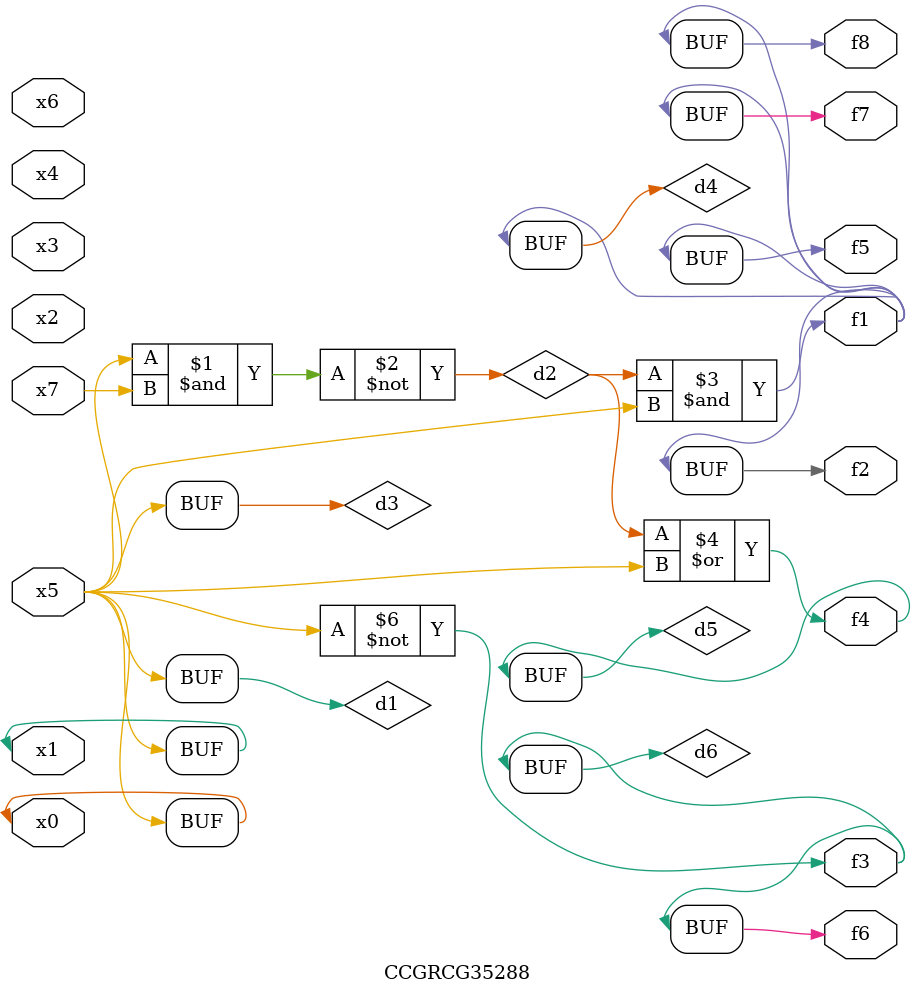
<source format=v>
module CCGRCG35288(
	input x0, x1, x2, x3, x4, x5, x6, x7,
	output f1, f2, f3, f4, f5, f6, f7, f8
);

	wire d1, d2, d3, d4, d5, d6;

	buf (d1, x0, x5);
	nand (d2, x5, x7);
	buf (d3, x0, x1);
	and (d4, d2, d3);
	or (d5, d2, d3);
	nor (d6, d1, d3);
	assign f1 = d4;
	assign f2 = d4;
	assign f3 = d6;
	assign f4 = d5;
	assign f5 = d4;
	assign f6 = d6;
	assign f7 = d4;
	assign f8 = d4;
endmodule

</source>
